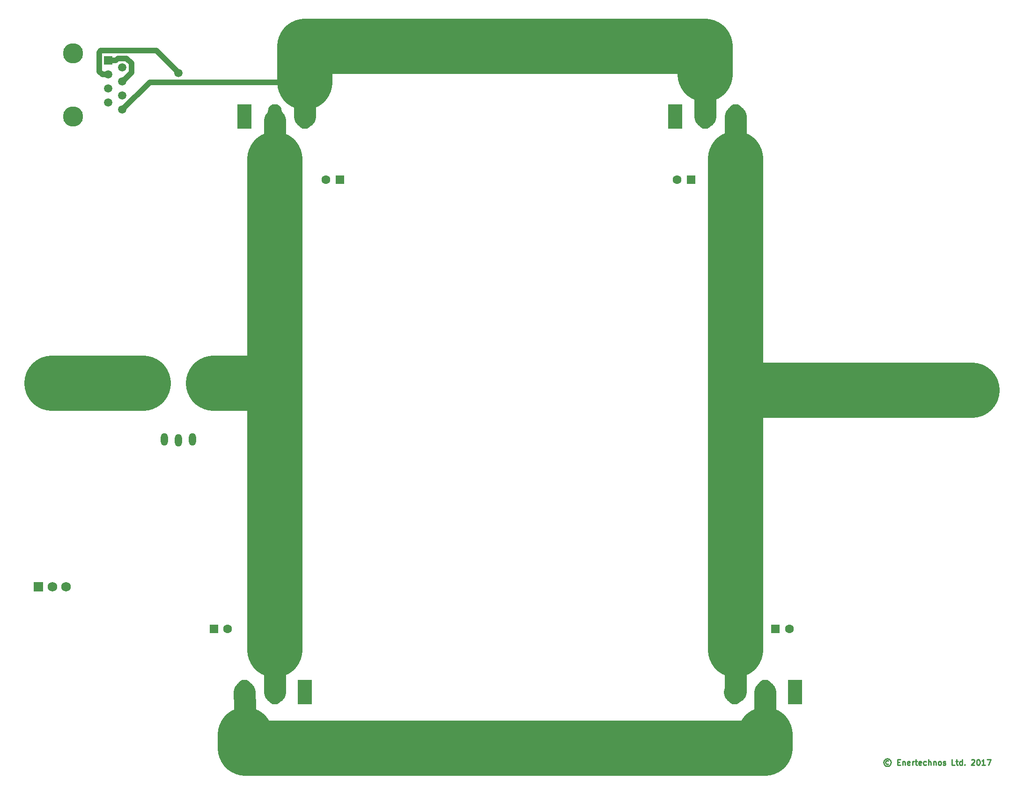
<source format=gbr>
G04 #@! TF.FileFunction,Copper,L1,Top,Mixed*
%FSLAX46Y46*%
G04 Gerber Fmt 4.6, Leading zero omitted, Abs format (unit mm)*
G04 Created by KiCad (PCBNEW 4.0.7) date 01/04/18 15:18:24*
%MOMM*%
%LPD*%
G01*
G04 APERTURE LIST*
%ADD10C,0.100000*%
%ADD11C,0.250000*%
%ADD12C,3.650000*%
%ADD13R,1.500000X1.500000*%
%ADD14C,1.500000*%
%ADD15C,10.000000*%
%ADD16R,2.500000X4.500000*%
%ADD17O,2.500000X4.500000*%
%ADD18R,1.600000X1.600000*%
%ADD19C,1.600000*%
%ADD20O,2.540000X1.900000*%
%ADD21O,1.300000X2.300000*%
%ADD22R,1.750000X1.750000*%
%ADD23C,1.750000*%
%ADD24C,4.000000*%
%ADD25C,10.000000*%
%ADD26C,1.000000*%
G04 APERTURE END LIST*
D10*
D11*
X193144284Y-154630476D02*
X193049046Y-154582857D01*
X192858570Y-154582857D01*
X192763332Y-154630476D01*
X192668094Y-154725714D01*
X192620475Y-154820952D01*
X192620475Y-155011429D01*
X192668094Y-155106667D01*
X192763332Y-155201905D01*
X192858570Y-155249524D01*
X193049046Y-155249524D01*
X193144284Y-155201905D01*
X192953808Y-154249524D02*
X192715713Y-154297143D01*
X192477617Y-154440000D01*
X192334760Y-154678095D01*
X192287141Y-154916190D01*
X192334760Y-155154286D01*
X192477617Y-155392381D01*
X192715713Y-155535238D01*
X192953808Y-155582857D01*
X193191903Y-155535238D01*
X193429998Y-155392381D01*
X193572855Y-155154286D01*
X193620475Y-154916190D01*
X193572855Y-154678095D01*
X193429998Y-154440000D01*
X193191903Y-154297143D01*
X192953808Y-154249524D01*
X194810951Y-154868571D02*
X195144285Y-154868571D01*
X195287142Y-155392381D02*
X194810951Y-155392381D01*
X194810951Y-154392381D01*
X195287142Y-154392381D01*
X195715713Y-154725714D02*
X195715713Y-155392381D01*
X195715713Y-154820952D02*
X195763332Y-154773333D01*
X195858570Y-154725714D01*
X196001428Y-154725714D01*
X196096666Y-154773333D01*
X196144285Y-154868571D01*
X196144285Y-155392381D01*
X197001428Y-155344762D02*
X196906190Y-155392381D01*
X196715713Y-155392381D01*
X196620475Y-155344762D01*
X196572856Y-155249524D01*
X196572856Y-154868571D01*
X196620475Y-154773333D01*
X196715713Y-154725714D01*
X196906190Y-154725714D01*
X197001428Y-154773333D01*
X197049047Y-154868571D01*
X197049047Y-154963810D01*
X196572856Y-155059048D01*
X197477618Y-155392381D02*
X197477618Y-154725714D01*
X197477618Y-154916190D02*
X197525237Y-154820952D01*
X197572856Y-154773333D01*
X197668094Y-154725714D01*
X197763333Y-154725714D01*
X197953809Y-154725714D02*
X198334761Y-154725714D01*
X198096666Y-154392381D02*
X198096666Y-155249524D01*
X198144285Y-155344762D01*
X198239523Y-155392381D01*
X198334761Y-155392381D01*
X199049048Y-155344762D02*
X198953810Y-155392381D01*
X198763333Y-155392381D01*
X198668095Y-155344762D01*
X198620476Y-155249524D01*
X198620476Y-154868571D01*
X198668095Y-154773333D01*
X198763333Y-154725714D01*
X198953810Y-154725714D01*
X199049048Y-154773333D01*
X199096667Y-154868571D01*
X199096667Y-154963810D01*
X198620476Y-155059048D01*
X199953810Y-155344762D02*
X199858572Y-155392381D01*
X199668095Y-155392381D01*
X199572857Y-155344762D01*
X199525238Y-155297143D01*
X199477619Y-155201905D01*
X199477619Y-154916190D01*
X199525238Y-154820952D01*
X199572857Y-154773333D01*
X199668095Y-154725714D01*
X199858572Y-154725714D01*
X199953810Y-154773333D01*
X200382381Y-155392381D02*
X200382381Y-154392381D01*
X200810953Y-155392381D02*
X200810953Y-154868571D01*
X200763334Y-154773333D01*
X200668096Y-154725714D01*
X200525238Y-154725714D01*
X200430000Y-154773333D01*
X200382381Y-154820952D01*
X201287143Y-154725714D02*
X201287143Y-155392381D01*
X201287143Y-154820952D02*
X201334762Y-154773333D01*
X201430000Y-154725714D01*
X201572858Y-154725714D01*
X201668096Y-154773333D01*
X201715715Y-154868571D01*
X201715715Y-155392381D01*
X202334762Y-155392381D02*
X202239524Y-155344762D01*
X202191905Y-155297143D01*
X202144286Y-155201905D01*
X202144286Y-154916190D01*
X202191905Y-154820952D01*
X202239524Y-154773333D01*
X202334762Y-154725714D01*
X202477620Y-154725714D01*
X202572858Y-154773333D01*
X202620477Y-154820952D01*
X202668096Y-154916190D01*
X202668096Y-155201905D01*
X202620477Y-155297143D01*
X202572858Y-155344762D01*
X202477620Y-155392381D01*
X202334762Y-155392381D01*
X203049048Y-155344762D02*
X203144286Y-155392381D01*
X203334762Y-155392381D01*
X203430001Y-155344762D01*
X203477620Y-155249524D01*
X203477620Y-155201905D01*
X203430001Y-155106667D01*
X203334762Y-155059048D01*
X203191905Y-155059048D01*
X203096667Y-155011429D01*
X203049048Y-154916190D01*
X203049048Y-154868571D01*
X203096667Y-154773333D01*
X203191905Y-154725714D01*
X203334762Y-154725714D01*
X203430001Y-154773333D01*
X205144287Y-155392381D02*
X204668096Y-155392381D01*
X204668096Y-154392381D01*
X205334763Y-154725714D02*
X205715715Y-154725714D01*
X205477620Y-154392381D02*
X205477620Y-155249524D01*
X205525239Y-155344762D01*
X205620477Y-155392381D01*
X205715715Y-155392381D01*
X206477621Y-155392381D02*
X206477621Y-154392381D01*
X206477621Y-155344762D02*
X206382383Y-155392381D01*
X206191906Y-155392381D01*
X206096668Y-155344762D01*
X206049049Y-155297143D01*
X206001430Y-155201905D01*
X206001430Y-154916190D01*
X206049049Y-154820952D01*
X206096668Y-154773333D01*
X206191906Y-154725714D01*
X206382383Y-154725714D01*
X206477621Y-154773333D01*
X206953811Y-155297143D02*
X207001430Y-155344762D01*
X206953811Y-155392381D01*
X206906192Y-155344762D01*
X206953811Y-155297143D01*
X206953811Y-155392381D01*
X208144287Y-154487619D02*
X208191906Y-154440000D01*
X208287144Y-154392381D01*
X208525240Y-154392381D01*
X208620478Y-154440000D01*
X208668097Y-154487619D01*
X208715716Y-154582857D01*
X208715716Y-154678095D01*
X208668097Y-154820952D01*
X208096668Y-155392381D01*
X208715716Y-155392381D01*
X209334763Y-154392381D02*
X209430002Y-154392381D01*
X209525240Y-154440000D01*
X209572859Y-154487619D01*
X209620478Y-154582857D01*
X209668097Y-154773333D01*
X209668097Y-155011429D01*
X209620478Y-155201905D01*
X209572859Y-155297143D01*
X209525240Y-155344762D01*
X209430002Y-155392381D01*
X209334763Y-155392381D01*
X209239525Y-155344762D01*
X209191906Y-155297143D01*
X209144287Y-155201905D01*
X209096668Y-155011429D01*
X209096668Y-154773333D01*
X209144287Y-154582857D01*
X209191906Y-154487619D01*
X209239525Y-154440000D01*
X209334763Y-154392381D01*
X210620478Y-155392381D02*
X210049049Y-155392381D01*
X210334763Y-155392381D02*
X210334763Y-154392381D01*
X210239525Y-154535238D01*
X210144287Y-154630476D01*
X210049049Y-154678095D01*
X210953811Y-154392381D02*
X211620478Y-154392381D01*
X211191906Y-155392381D01*
D12*
X45720000Y-38100000D03*
X45720000Y-26670000D03*
D13*
X52070000Y-27940000D03*
D14*
X54610000Y-29210000D03*
X52070000Y-30480000D03*
X54610000Y-31750000D03*
X52070000Y-33020000D03*
X54610000Y-34290000D03*
X52070000Y-35560000D03*
X54610000Y-36830000D03*
D15*
X124460000Y-152400000D03*
X124460000Y-25400000D03*
X208280000Y-87630000D03*
X41910000Y-86360000D03*
D16*
X76730000Y-38100000D03*
D17*
X82180000Y-38100000D03*
X87630000Y-38100000D03*
D18*
X71160000Y-130810000D03*
D19*
X73660000Y-130810000D03*
D18*
X172720000Y-130810000D03*
D19*
X175220000Y-130810000D03*
D18*
X93940000Y-49530000D03*
D19*
X91440000Y-49530000D03*
D18*
X157440000Y-49530000D03*
D19*
X154940000Y-49530000D03*
D16*
X154570000Y-38100000D03*
D17*
X160020000Y-38100000D03*
X165470000Y-38100000D03*
D16*
X176265000Y-142240000D03*
D17*
X170815000Y-142240000D03*
X165365000Y-142240000D03*
D16*
X87630000Y-142240000D03*
D17*
X82180000Y-142240000D03*
X76730000Y-142240000D03*
D20*
X71120000Y-88900000D03*
D21*
X67310000Y-96520000D03*
X64770000Y-96614460D03*
X62230000Y-96520000D03*
D20*
X71120000Y-86360000D03*
X71120000Y-83820000D03*
X58420000Y-88900000D03*
X58420000Y-86360000D03*
X58420000Y-83820000D03*
D22*
X39450000Y-123190000D03*
D23*
X41950000Y-123190000D03*
X44450000Y-123190000D03*
D14*
X64789280Y-30199990D03*
D24*
X76730000Y-142240000D02*
X76835000Y-147360194D01*
D25*
X76835000Y-152400000D02*
X76835000Y-149890001D01*
X124460000Y-152400000D02*
X76835000Y-152400000D01*
D24*
X170815000Y-142240000D02*
X170815000Y-149890001D01*
X170815000Y-149890001D02*
X170815000Y-149865845D01*
D25*
X124460000Y-152400000D02*
X170815000Y-152400000D01*
X170815000Y-152400000D02*
X170815000Y-149890001D01*
D24*
X170815000Y-149865845D02*
X170809155Y-149860000D01*
D26*
X50419999Y-29890659D02*
X50419999Y-26469999D01*
X51009340Y-30480000D02*
X50419999Y-29890659D01*
X52070000Y-30480000D02*
X51009340Y-30480000D01*
X50419999Y-26469999D02*
X50730009Y-26159989D01*
X64039281Y-29449991D02*
X64789280Y-30199990D01*
X50730009Y-26159989D02*
X60749279Y-26159989D01*
X60749279Y-26159989D02*
X64039281Y-29449991D01*
D24*
X165470000Y-134620000D02*
X165470000Y-142135000D01*
D25*
X165470000Y-87630000D02*
X165470000Y-134620000D01*
D24*
X165470000Y-38100000D02*
X165470000Y-45720000D01*
D25*
X165470000Y-87630000D02*
X165470000Y-45720000D01*
X208280000Y-87630000D02*
X165470000Y-87630000D01*
D26*
X52070000Y-27940000D02*
X53437998Y-27940000D01*
X53437998Y-27940000D02*
X53817999Y-27559999D01*
X53817999Y-27559999D02*
X55402001Y-27559999D01*
X55402001Y-27559999D02*
X56260001Y-28417999D01*
X55359999Y-31000001D02*
X54610000Y-31750000D01*
X56260001Y-28417999D02*
X56260001Y-30099999D01*
X56260001Y-30099999D02*
X55359999Y-31000001D01*
D24*
X165470000Y-142135000D02*
X165365000Y-142240000D01*
D25*
X71120000Y-86360000D02*
X82180000Y-86360000D01*
D24*
X82180000Y-134589999D02*
X82180000Y-142240000D01*
D25*
X82180000Y-86360000D02*
X82180000Y-134589999D01*
D24*
X82180000Y-38760469D02*
X82180000Y-45750001D01*
D25*
X82180000Y-86360000D02*
X82180000Y-45750001D01*
X160020000Y-30480000D02*
X160020000Y-25400000D01*
D24*
X160020000Y-38100000D02*
X160020000Y-30480000D01*
D25*
X124460000Y-25400000D02*
X160020000Y-25400000D01*
X124460000Y-25400000D02*
X87630000Y-25400000D01*
X87630000Y-25400000D02*
X87630000Y-31850000D01*
D24*
X87630000Y-31850000D02*
X87630000Y-27940000D01*
D26*
X75937901Y-31850000D02*
X87630000Y-31850000D01*
X54610000Y-36830000D02*
X59590000Y-31850000D01*
X59590000Y-31850000D02*
X75937901Y-31850000D01*
D24*
X87630000Y-38100000D02*
X87630000Y-31850000D01*
D25*
X41910000Y-86360000D02*
X58420000Y-86360000D01*
M02*

</source>
